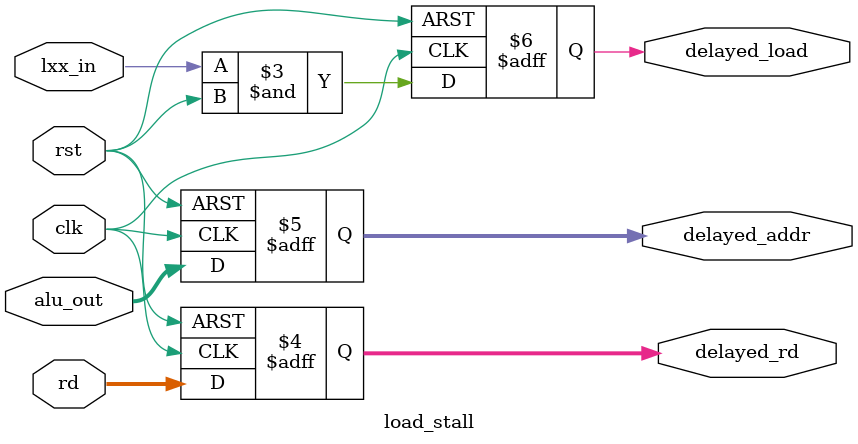
<source format=v>
module load_stall(delayed_rd, delayed_addr, delayed_load, lxx_in, rd, alu_out, clk, rst);

	input lxx_in, clk, rst;
	input [4:0] rd;
	input [31:0] alu_out;

	output reg [4:0] delayed_rd;
	output reg [31:0] delayed_addr;
	output reg delayed_load;

	always @(posedge clk or negedge rst)
	if (!rst) begin
	  delayed_load = 1'b0;
	  delayed_addr = 31'd0;
	  delayed_rd = 5'd0;
	end
	else begin
		delayed_load <= lxx_in & rst;
		delayed_rd <= rd;
		delayed_addr <= alu_out;
	end

endmodule
</source>
